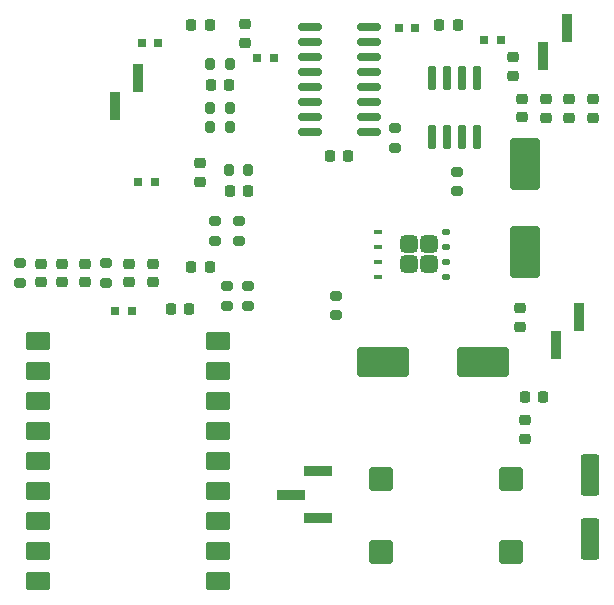
<source format=gbr>
%TF.GenerationSoftware,KiCad,Pcbnew,8.0.1*%
%TF.CreationDate,2025-01-14T19:30:57+01:00*%
%TF.ProjectId,plant caretaker,706c616e-7420-4636-9172-6574616b6572,rev?*%
%TF.SameCoordinates,Original*%
%TF.FileFunction,Paste,Top*%
%TF.FilePolarity,Positive*%
%FSLAX46Y46*%
G04 Gerber Fmt 4.6, Leading zero omitted, Abs format (unit mm)*
G04 Created by KiCad (PCBNEW 8.0.1) date 2025-01-14 19:30:57*
%MOMM*%
%LPD*%
G01*
G04 APERTURE LIST*
G04 Aperture macros list*
%AMRoundRect*
0 Rectangle with rounded corners*
0 $1 Rounding radius*
0 $2 $3 $4 $5 $6 $7 $8 $9 X,Y pos of 4 corners*
0 Add a 4 corners polygon primitive as box body*
4,1,4,$2,$3,$4,$5,$6,$7,$8,$9,$2,$3,0*
0 Add four circle primitives for the rounded corners*
1,1,$1+$1,$2,$3*
1,1,$1+$1,$4,$5*
1,1,$1+$1,$6,$7*
1,1,$1+$1,$8,$9*
0 Add four rect primitives between the rounded corners*
20,1,$1+$1,$2,$3,$4,$5,0*
20,1,$1+$1,$4,$5,$6,$7,0*
20,1,$1+$1,$6,$7,$8,$9,0*
20,1,$1+$1,$8,$9,$2,$3,0*%
G04 Aperture macros list end*
%ADD10RoundRect,0.225000X0.225000X0.250000X-0.225000X0.250000X-0.225000X-0.250000X0.225000X-0.250000X0*%
%ADD11RoundRect,0.218750X-0.218750X-0.256250X0.218750X-0.256250X0.218750X0.256250X-0.218750X0.256250X0*%
%ADD12R,0.700000X0.700000*%
%ADD13RoundRect,0.200000X0.275000X-0.200000X0.275000X0.200000X-0.275000X0.200000X-0.275000X-0.200000X0*%
%ADD14RoundRect,0.225000X-0.225000X-0.250000X0.225000X-0.250000X0.225000X0.250000X-0.225000X0.250000X0*%
%ADD15RoundRect,0.200000X-0.275000X0.200000X-0.275000X-0.200000X0.275000X-0.200000X0.275000X0.200000X0*%
%ADD16RoundRect,0.225000X0.250000X-0.225000X0.250000X0.225000X-0.250000X0.225000X-0.250000X-0.225000X0*%
%ADD17RoundRect,0.075000X0.225000X-0.910000X0.225000X0.910000X-0.225000X0.910000X-0.225000X-0.910000X0*%
%ADD18RoundRect,0.375000X-0.375000X-0.375000X0.375000X-0.375000X0.375000X0.375000X-0.375000X0.375000X0*%
%ADD19RoundRect,0.125000X-0.250000X-0.125000X0.250000X-0.125000X0.250000X0.125000X-0.250000X0.125000X0*%
%ADD20RoundRect,0.100000X-0.275000X-0.100000X0.275000X-0.100000X0.275000X0.100000X-0.275000X0.100000X0*%
%ADD21RoundRect,0.200000X0.200000X0.275000X-0.200000X0.275000X-0.200000X-0.275000X0.200000X-0.275000X0*%
%ADD22RoundRect,0.150000X-0.850000X-0.150000X0.850000X-0.150000X0.850000X0.150000X-0.850000X0.150000X0*%
%ADD23R,0.850000X2.350000*%
%ADD24R,2.350000X0.850000*%
%ADD25RoundRect,0.225000X-0.250000X0.225000X-0.250000X-0.225000X0.250000X-0.225000X0.250000X0.225000X0*%
%ADD26RoundRect,0.250000X-0.550000X1.500000X-0.550000X-1.500000X0.550000X-1.500000X0.550000X1.500000X0*%
%ADD27RoundRect,0.218750X0.256250X-0.218750X0.256250X0.218750X-0.256250X0.218750X-0.256250X-0.218750X0*%
%ADD28RoundRect,0.250000X-0.750000X-0.750000X0.750000X-0.750000X0.750000X0.750000X-0.750000X0.750000X0*%
%ADD29RoundRect,0.200000X0.800000X0.600000X-0.800000X0.600000X-0.800000X-0.600000X0.800000X-0.600000X0*%
%ADD30RoundRect,0.250000X-1.950000X-1.000000X1.950000X-1.000000X1.950000X1.000000X-1.950000X1.000000X0*%
%ADD31RoundRect,0.200000X-0.200000X-0.275000X0.200000X-0.275000X0.200000X0.275000X-0.200000X0.275000X0*%
%ADD32RoundRect,0.250000X1.000000X-1.950000X1.000000X1.950000X-1.000000X1.950000X-1.000000X-1.950000X0*%
G04 APERTURE END LIST*
D10*
%TO.C,C12*%
X144775000Y-84990000D03*
X143225000Y-84990000D03*
%TD*%
D11*
%TO.C,D1*%
X159712500Y-105375000D03*
X161287500Y-105375000D03*
%TD*%
D12*
%TO.C,FB5*%
X138450000Y-76625000D03*
X137050000Y-76625000D03*
%TD*%
D13*
%TO.C,R4*%
X117000000Y-95700000D03*
X117000000Y-94050000D03*
%TD*%
D12*
%TO.C,FB2*%
X125050000Y-98125000D03*
X126450000Y-98125000D03*
%TD*%
%TO.C,FB6*%
X150450000Y-74125000D03*
X149050000Y-74125000D03*
%TD*%
D14*
%TO.C,C16*%
X134725000Y-87925000D03*
X136275000Y-87925000D03*
%TD*%
D10*
%TO.C,C15*%
X134700000Y-78912500D03*
X133150000Y-78912500D03*
%TD*%
D14*
%TO.C,C8*%
X131475000Y-73855000D03*
X133025000Y-73855000D03*
%TD*%
D15*
%TO.C,R11*%
X124250000Y-94025000D03*
X124250000Y-95675000D03*
%TD*%
D16*
%TO.C,C11*%
X163500000Y-81725000D03*
X163500000Y-80175000D03*
%TD*%
D13*
%TO.C,R3*%
X134500000Y-97625000D03*
X134500000Y-95975000D03*
%TD*%
D17*
%TO.C,U2*%
X151845000Y-83315000D03*
X153115000Y-83315000D03*
X154385000Y-83315000D03*
X155655000Y-83315000D03*
X155655000Y-78375000D03*
X154385000Y-78375000D03*
X153115000Y-78375000D03*
X151845000Y-78375000D03*
%TD*%
D13*
%TO.C,R2*%
X136250000Y-97625000D03*
X136250000Y-95975000D03*
%TD*%
D18*
%TO.C,Q1*%
X149950000Y-92410000D03*
X149950000Y-94110000D03*
X151650000Y-92410000D03*
X151650000Y-94110000D03*
D19*
X153055000Y-91355000D03*
X153055000Y-92625000D03*
X153055000Y-93895000D03*
X153055000Y-95165000D03*
D20*
X147250000Y-91355000D03*
X147250000Y-92625000D03*
X147250000Y-93895000D03*
X147250000Y-95165000D03*
%TD*%
D21*
%TO.C,R5*%
X136325000Y-86125000D03*
X134675000Y-86125000D03*
%TD*%
D16*
%TO.C,C5*%
X122500000Y-95625000D03*
X122500000Y-94075000D03*
%TD*%
%TO.C,C3*%
X159500000Y-81675000D03*
X159500000Y-80125000D03*
%TD*%
D22*
%TO.C,U5*%
X141500000Y-74045000D03*
X141500000Y-75315000D03*
X141500000Y-76585000D03*
X141500000Y-77855000D03*
X141500000Y-79125000D03*
X141500000Y-80395000D03*
X141500000Y-81665000D03*
X141500000Y-82935000D03*
X146500000Y-82935000D03*
X146500000Y-81665000D03*
X146500000Y-80395000D03*
X146500000Y-79125000D03*
X146500000Y-77855000D03*
X146500000Y-76585000D03*
X146500000Y-75315000D03*
X146500000Y-74045000D03*
%TD*%
D16*
%TO.C,C19*%
X126250000Y-95625000D03*
X126250000Y-94075000D03*
%TD*%
%TO.C,C20*%
X128250000Y-95625000D03*
X128250000Y-94075000D03*
%TD*%
%TO.C,C14*%
X165500000Y-81725000D03*
X165500000Y-80175000D03*
%TD*%
D23*
%TO.C,LS2*%
X161300000Y-76500000D03*
X163300000Y-74150000D03*
%TD*%
D15*
%TO.C,R13*%
X135500000Y-90475000D03*
X135500000Y-92125000D03*
%TD*%
D24*
%TO.C,J4*%
X142250000Y-115625000D03*
X139900000Y-113625000D03*
X142250000Y-111625000D03*
%TD*%
D25*
%TO.C,C22*%
X132250000Y-85575000D03*
X132250000Y-87125000D03*
%TD*%
D12*
%TO.C,FB3*%
X128700000Y-75375000D03*
X127300000Y-75375000D03*
%TD*%
D26*
%TO.C,C2*%
X165250000Y-111975000D03*
X165250000Y-117375000D03*
%TD*%
D27*
%TO.C,D3*%
X159325000Y-99412500D03*
X159325000Y-97837500D03*
%TD*%
D16*
%TO.C,C6*%
X118750000Y-95650000D03*
X118750000Y-94100000D03*
%TD*%
D13*
%TO.C,R1*%
X154000000Y-87950000D03*
X154000000Y-86300000D03*
%TD*%
D28*
%TO.C,J5*%
X147525000Y-112300000D03*
X147525000Y-118450000D03*
X158525000Y-118450000D03*
X158525000Y-112300000D03*
%TD*%
D12*
%TO.C,FB1*%
X128400000Y-87125000D03*
X127000000Y-87125000D03*
%TD*%
D27*
%TO.C,L1*%
X159750000Y-108912500D03*
X159750000Y-107337500D03*
%TD*%
D29*
%TO.C,U6*%
X133750000Y-120955000D03*
X133750000Y-118415000D03*
X133750000Y-115875000D03*
X133750000Y-113335000D03*
X133750000Y-110795000D03*
X133750000Y-108255000D03*
X133750000Y-105715000D03*
X133750000Y-103175000D03*
X133750000Y-100635000D03*
X118510000Y-100635000D03*
X118510000Y-103175000D03*
X118510000Y-105715000D03*
X118510000Y-108255000D03*
X118510000Y-110795000D03*
X118510000Y-113335000D03*
X118510000Y-115875000D03*
X118510000Y-118415000D03*
X118510000Y-120955000D03*
%TD*%
D23*
%TO.C,LS1*%
X125000000Y-80725000D03*
X127000000Y-78375000D03*
%TD*%
D16*
%TO.C,C17*%
X161500000Y-81725000D03*
X161500000Y-80175000D03*
%TD*%
D14*
%TO.C,C26*%
X152475000Y-73875000D03*
X154025000Y-73875000D03*
%TD*%
D13*
%TO.C,R7*%
X148750000Y-84260000D03*
X148750000Y-82610000D03*
%TD*%
D30*
%TO.C,C1*%
X147750000Y-102375000D03*
X156150000Y-102375000D03*
%TD*%
D31*
%TO.C,R14*%
X133075000Y-82525000D03*
X134725000Y-82525000D03*
%TD*%
%TO.C,R8*%
X133100000Y-77162500D03*
X134750000Y-77162500D03*
%TD*%
D23*
%TO.C,J3*%
X162325000Y-100925000D03*
X164325000Y-98575000D03*
%TD*%
D16*
%TO.C,C7*%
X120500000Y-95650000D03*
X120500000Y-94100000D03*
%TD*%
D13*
%TO.C,R15*%
X133500000Y-92125000D03*
X133500000Y-90475000D03*
%TD*%
D32*
%TO.C,C13*%
X159750000Y-93075000D03*
X159750000Y-85675000D03*
%TD*%
D16*
%TO.C,C25*%
X136000000Y-75375000D03*
X136000000Y-73825000D03*
%TD*%
D31*
%TO.C,R16*%
X133075000Y-80912500D03*
X134725000Y-80912500D03*
%TD*%
D25*
%TO.C,C9*%
X158750000Y-76600000D03*
X158750000Y-78150000D03*
%TD*%
D12*
%TO.C,FB4*%
X156300000Y-75125000D03*
X157700000Y-75125000D03*
%TD*%
D10*
%TO.C,C18*%
X131275000Y-97875000D03*
X129725000Y-97875000D03*
%TD*%
D14*
%TO.C,C21*%
X131475000Y-94375000D03*
X133025000Y-94375000D03*
%TD*%
D13*
%TO.C,R17*%
X143750000Y-98450000D03*
X143750000Y-96800000D03*
%TD*%
M02*

</source>
